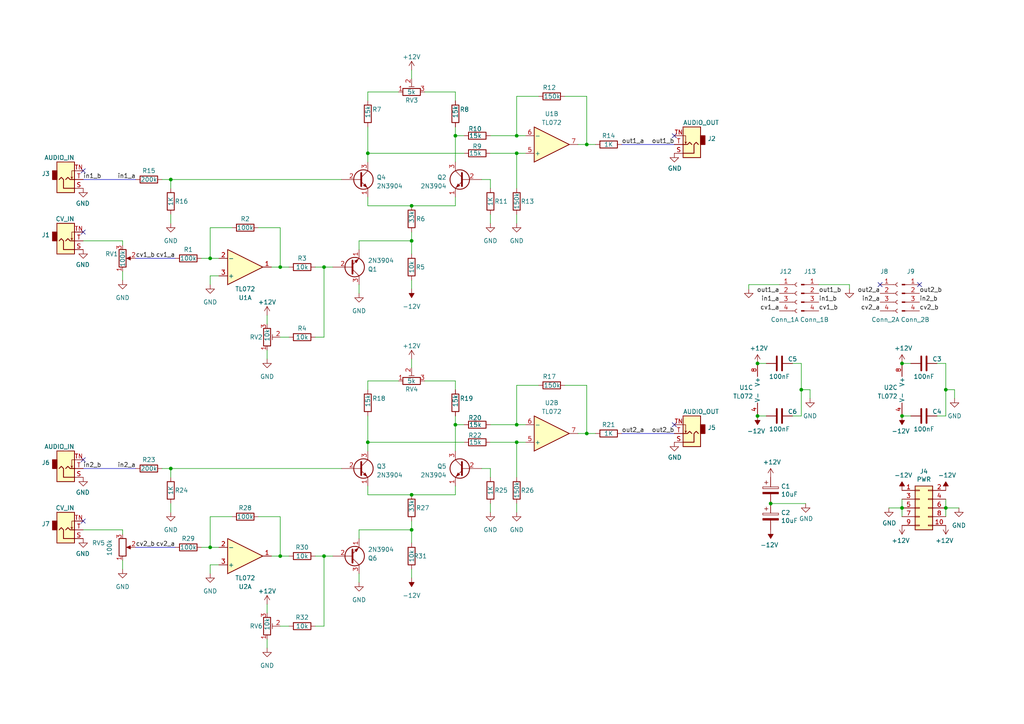
<source format=kicad_sch>
(kicad_sch (version 20230121) (generator eeschema)
  (paper "A4")
  (lib_symbols
    (symbol "Amplifier_Operational:TL072" (pin_names (offset 0.127))
      (property "Reference" "U" (at 0 5.08 0))
      (property "Value" "TL072" (at 0 -5.08 0))
      (symbol "TL072_1_1"
        (polyline (pts (xy -5.08 5.08) (xy 5.08 0) (xy -5.08 -5.08) (xy -5.08 5.08)) (stroke (width 0.254)) (fill (type background)))
        (pin output line (at 7.62 0 180) (length 2.54) (name "~") (number "1"))
        (pin input line (at -7.62 -2.54 0) (length 2.54) (name "-") (number "2"))
        (pin input line (at -7.62 2.54 0) (length 2.54) (name "+") (number "3"))
      )
      (symbol "TL072_2_1"
        (polyline (pts (xy -5.08 5.08) (xy 5.08 0) (xy -5.08 -5.08) (xy -5.08 5.08)) (stroke (width 0.254)) (fill (type background)))
        (pin input line (at -7.62 2.54 0) (length 2.54) (name "+") (number "5"))
        (pin input line (at -7.62 -2.54 0) (length 2.54) (name "-") (number "6"))
        (pin output line (at 7.62 0 180) (length 2.54) (name "~") (number "7"))
      )
      (symbol "TL072_3_1"
        (pin power_in line (at -2.54 -7.62 90) (length 3.81) (name "V-") (number "4"))
        (pin power_in line (at -2.54 7.62 270) (length 3.81) (name "V+") (number "8"))
      )
    )
    (symbol "CEM3340_VCO-rescue:AudioJack2_SwitchT-Connector"
      (property "Reference" "J" (at 0 8.89 0))
      (property "Value" "Connector_AudioJack2_SwitchT" (at 0 6.35 0))
      (symbol "AudioJack2_SwitchT-Connector_0_1"
        (rectangle (start -2.54 0) (end -3.81 -2.54) (stroke (width 0.254)) (fill (type outline)))
        (polyline (pts (xy 1.778 -0.254) (xy 2.032 -0.762)))
        (polyline (pts (xy 0 0) (xy 0.635 -0.635) (xy 1.27 0) (xy 2.54 0)) (stroke (width 0.254)))
        (polyline (pts (xy 2.54 -2.54) (xy 1.778 -2.54) (xy 1.778 -0.254) (xy 1.524 -0.762)))
        (polyline (pts (xy 2.54 2.54) (xy -0.635 2.54) (xy -0.635 0) (xy -1.27 -0.635) (xy -1.905 0)) (stroke (width 0.254)))
        (rectangle (start 2.54 3.81) (end -2.54 -5.08) (stroke (width 0.254)) (fill (type background)))
      )
      (symbol "AudioJack2_SwitchT-Connector_1_1"
        (pin passive line (at 5.08 2.54 180) (length 2.54) (name "~") (number "S"))
        (pin passive line (at 5.08 0 180) (length 2.54) (name "~") (number "T"))
        (pin passive line (at 5.08 -2.54 180) (length 2.54) (name "~") (number "TN"))
      )
    )
    (symbol "CEM3340_VCO-rescue:CP-Device" (pin_numbers hide) (pin_names (offset 0.254))
      (property "Reference" "C" (at 0.635 2.54 0))
      (property "Value" "Device_CP" (at 0.635 -2.54 0))
      (symbol "CP-Device_0_1"
        (rectangle (start -2.286 0.508) (end 2.286 1.016))
        (polyline (pts (xy -1.778 2.286) (xy -0.762 2.286)))
        (polyline (pts (xy -1.27 2.794) (xy -1.27 1.778)))
        (rectangle (start 2.286 -0.508) (end -2.286 -1.016) (fill (type outline)))
      )
      (symbol "CP-Device_1_1"
        (pin passive line (at 0 3.81 270) (length 2.794) (name "~") (number "1"))
        (pin passive line (at 0 -3.81 90) (length 2.794) (name "~") (number "2"))
      )
    )
    (symbol "CEM3340_VCO-rescue:R_POT_TRIM-Device" (pin_names (offset 1.016) hide)
      (property "Reference" "RV" (at -4.445 0 90))
      (property "Value" "Device_R_POT_TRIM" (at -2.54 0 90))
      (symbol "R_POT_TRIM-Device_0_1"
        (polyline (pts (xy 1.524 0.762) (xy 1.524 -0.762)))
        (polyline (pts (xy 2.54 0) (xy 1.524 0)))
        (rectangle (start 1.016 2.54) (end -1.016 -2.54) (stroke (width 0.254)))
      )
      (symbol "R_POT_TRIM-Device_1_1"
        (pin passive line (at 0 3.81 270) (length 1.27) (name "1") (number "1"))
        (pin passive line (at 3.81 0 180) (length 1.27) (name "2") (number "2"))
        (pin passive line (at 0 -3.81 90) (length 1.27) (name "3") (number "3"))
      )
    )
    (symbol "Connector:Conn_01x04_Pin" (pin_names (offset 1.016) hide)
      (property "Reference" "J" (at 0 5.08 0))
      (property "Value" "Conn_01x04_Pin" (at 0 -7.62 0))
      (symbol "Conn_01x04_Pin_1_1"
        (polyline (pts (xy 1.27 -5.08) (xy 0.8636 -5.08)) (stroke (width 0.1524)))
        (polyline (pts (xy 1.27 -2.54) (xy 0.8636 -2.54)) (stroke (width 0.1524)))
        (polyline (pts (xy 1.27 0) (xy 0.8636 0)) (stroke (width 0.1524)))
        (polyline (pts (xy 1.27 2.54) (xy 0.8636 2.54)) (stroke (width 0.1524)))
        (rectangle (start 0.8636 -4.953) (end 0 -5.207) (stroke (width 0.1524)) (fill (type outline)))
        (rectangle (start 0.8636 -2.413) (end 0 -2.667) (stroke (width 0.1524)) (fill (type outline)))
        (rectangle (start 0.8636 0.127) (end 0 -0.127) (stroke (width 0.1524)) (fill (type outline)))
        (rectangle (start 0.8636 2.667) (end 0 2.413) (stroke (width 0.1524)) (fill (type outline)))
        (pin passive line (at 5.08 2.54 180) (length 3.81) (name "Pin_1") (number "1"))
        (pin passive line (at 5.08 0 180) (length 3.81) (name "Pin_2") (number "2"))
        (pin passive line (at 5.08 -2.54 180) (length 3.81) (name "Pin_3") (number "3"))
        (pin passive line (at 5.08 -5.08 180) (length 3.81) (name "Pin_4") (number "4"))
      )
    )
    (symbol "Connector:Conn_01x04_Socket" (pin_names (offset 1.016) hide)
      (property "Reference" "J" (at 0 5.08 0))
      (property "Value" "Conn_01x04_Socket" (at 0 -7.62 0))
      (symbol "Conn_01x04_Socket_1_1"
        (arc (start 0 -4.572) (mid -0.5058 -5.08) (end 0 -5.588) (stroke (width 0.1524)))
        (arc (start 0 -2.032) (mid -0.5058 -2.54) (end 0 -3.048) (stroke (width 0.1524)))
        (polyline (pts (xy -1.27 -5.08) (xy -0.508 -5.08)) (stroke (width 0.1524)))
        (polyline (pts (xy -1.27 -2.54) (xy -0.508 -2.54)) (stroke (width 0.1524)))
        (polyline (pts (xy -1.27 0) (xy -0.508 0)) (stroke (width 0.1524)))
        (polyline (pts (xy -1.27 2.54) (xy -0.508 2.54)) (stroke (width 0.1524)))
        (arc (start 0 0.508) (mid -0.5058 0) (end 0 -0.508) (stroke (width 0.1524)))
        (arc (start 0 3.048) (mid -0.5058 2.54) (end 0 2.032) (stroke (width 0.1524)))
        (pin passive line (at -5.08 2.54 0) (length 3.81) (name "Pin_1") (number "1"))
        (pin passive line (at -5.08 0 0) (length 3.81) (name "Pin_2") (number "2"))
        (pin passive line (at -5.08 -2.54 0) (length 3.81) (name "Pin_3") (number "3"))
        (pin passive line (at -5.08 -5.08 0) (length 3.81) (name "Pin_4") (number "4"))
      )
    )
    (symbol "Connector_Generic:Conn_02x05_Odd_Even" (pin_names (offset 1.016) hide)
      (property "Reference" "J" (at 1.27 7.62 0))
      (property "Value" "Conn_02x05_Odd_Even" (at 1.27 -7.62 0))
      (symbol "Conn_02x05_Odd_Even_1_1"
        (rectangle (start -1.27 -4.953) (end 0 -5.207) (stroke (width 0.1524)))
        (rectangle (start -1.27 -2.413) (end 0 -2.667) (stroke (width 0.1524)))
        (rectangle (start -1.27 0.127) (end 0 -0.127) (stroke (width 0.1524)))
        (rectangle (start -1.27 2.667) (end 0 2.413) (stroke (width 0.1524)))
        (rectangle (start -1.27 5.207) (end 0 4.953) (stroke (width 0.1524)))
        (rectangle (start -1.27 6.35) (end 3.81 -6.35) (stroke (width 0.254)) (fill (type background)))
        (rectangle (start 3.81 -4.953) (end 2.54 -5.207) (stroke (width 0.1524)))
        (rectangle (start 3.81 -2.413) (end 2.54 -2.667) (stroke (width 0.1524)))
        (rectangle (start 3.81 0.127) (end 2.54 -0.127) (stroke (width 0.1524)))
        (rectangle (start 3.81 2.667) (end 2.54 2.413) (stroke (width 0.1524)))
        (rectangle (start 3.81 5.207) (end 2.54 4.953) (stroke (width 0.1524)))
        (pin passive line (at -5.08 5.08 0) (length 3.81) (name "Pin_1") (number "1"))
        (pin passive line (at 7.62 -5.08 180) (length 3.81) (name "Pin_10") (number "10"))
        (pin passive line (at 7.62 5.08 180) (length 3.81) (name "Pin_2") (number "2"))
        (pin passive line (at -5.08 2.54 0) (length 3.81) (name "Pin_3") (number "3"))
        (pin passive line (at 7.62 2.54 180) (length 3.81) (name "Pin_4") (number "4"))
        (pin passive line (at -5.08 0 0) (length 3.81) (name "Pin_5") (number "5"))
        (pin passive line (at 7.62 0 180) (length 3.81) (name "Pin_6") (number "6"))
        (pin passive line (at -5.08 -2.54 0) (length 3.81) (name "Pin_7") (number "7"))
        (pin passive line (at 7.62 -2.54 180) (length 3.81) (name "Pin_8") (number "8"))
        (pin passive line (at -5.08 -5.08 0) (length 3.81) (name "Pin_9") (number "9"))
      )
    )
    (symbol "Device:C" (pin_numbers hide) (pin_names (offset 0.254))
      (property "Reference" "C" (at 0.635 2.54 0))
      (property "Value" "C" (at 0.635 -2.54 0))
      (symbol "C_0_1"
        (polyline (pts (xy -2.032 -0.762) (xy 2.032 -0.762)) (stroke (width 0.508)))
        (polyline (pts (xy -2.032 0.762) (xy 2.032 0.762)) (stroke (width 0.508)))
      )
      (symbol "C_1_1"
        (pin passive line (at 0 3.81 270) (length 2.794) (name "~") (number "1"))
        (pin passive line (at 0 -3.81 90) (length 2.794) (name "~") (number "2"))
      )
    )
    (symbol "Device:R" (pin_numbers hide) (pin_names (offset 0))
      (property "Reference" "R" (at 2.032 0 90))
      (property "Value" "R" (at 0 0 90))
      (symbol "R_0_1"
        (rectangle (start -1.016 -2.54) (end 1.016 2.54) (stroke (width 0.254)))
      )
      (symbol "R_1_1"
        (pin passive line (at 0 3.81 270) (length 1.27) (name "~") (number "1"))
        (pin passive line (at 0 -3.81 90) (length 1.27) (name "~") (number "2"))
      )
    )
    (symbol "Device:R_Potentiometer" (pin_names (offset 1.016) hide)
      (property "Reference" "RV" (at -4.445 0 90))
      (property "Value" "R_Potentiometer" (at -2.54 0 90))
      (symbol "R_Potentiometer_0_1"
        (polyline (pts (xy 2.54 0) (xy 1.524 0)))
        (polyline (pts (xy 1.143 0) (xy 2.286 0.508) (xy 2.286 -0.508) (xy 1.143 0)) (fill (type outline)))
        (rectangle (start 1.016 2.54) (end -1.016 -2.54) (stroke (width 0.254)))
      )
      (symbol "R_Potentiometer_1_1"
        (pin passive line (at 0 3.81 270) (length 1.27) (name "1") (number "1"))
        (pin passive line (at 3.81 0 180) (length 1.27) (name "2") (number "2"))
        (pin passive line (at 0 -3.81 90) (length 1.27) (name "3") (number "3"))
      )
    )
    (symbol "Transistor_BJT:2N3904" (pin_names (offset 0) hide)
      (property "Reference" "Q" (at 5.08 1.905 0))
      (property "Value" "2N3904" (at 5.08 0 0))
      (symbol "2N3904_0_1"
        (polyline (pts (xy 0.635 0.635) (xy 2.54 2.54)))
        (polyline (pts (xy 0.635 -0.635) (xy 2.54 -2.54) (xy 2.54 -2.54)))
        (polyline (pts (xy 0.635 1.905) (xy 0.635 -1.905) (xy 0.635 -1.905)) (stroke (width 0.508)))
        (polyline (pts (xy 1.27 -1.778) (xy 1.778 -1.27) (xy 2.286 -2.286) (xy 1.27 -1.778) (xy 1.27 -1.778)) (fill (type outline)))
        (circle (center 1.27 0) (radius 2.8194) (stroke (width 0.254)))
      )
      (symbol "2N3904_1_1"
        (pin passive line (at 2.54 -5.08 90) (length 2.54) (name "E") (number "1"))
        (pin passive line (at -5.08 0 0) (length 5.715) (name "B") (number "2"))
        (pin passive line (at 2.54 5.08 270) (length 2.54) (name "C") (number "3"))
      )
    )
    (symbol "power:+12V" (power) (pin_names (offset 0))
      (property "Value" "+12V" (at 0 3.556 0))
      (symbol "+12V_0_1"
        (polyline (pts (xy -0.762 1.27) (xy 0 2.54)))
        (polyline (pts (xy 0 0) (xy 0 2.54)))
        (polyline (pts (xy 0 2.54) (xy 0.762 1.27)))
      )
      (symbol "+12V_1_1"
        (pin power_in line (at 0 0 90) (length 0) hide (name "+12V") (number "1"))
      )
    )
    (symbol "power:-12V" (power) (pin_names (offset 0))
      (property "Value" "-12V" (at 0 3.81 0))
      (symbol "-12V_0_0"
        (pin power_in line (at 0 0 90) (length 0) hide (name "-12V") (number "1"))
      )
      (symbol "-12V_0_1"
        (polyline (pts (xy 0 0) (xy 0 1.27) (xy 0.762 1.27) (xy 0 2.54) (xy -0.762 1.27) (xy 0 1.27)) (fill (type outline)))
      )
    )
    (symbol "power:GND" (power) (pin_names (offset 0))
      (property "Value" "GND" (at 0 -3.81 0))
      (symbol "GND_0_1"
        (polyline (pts (xy 0 0) (xy 0 -1.27) (xy 1.27 -1.27) (xy 0 -2.54) (xy -1.27 -1.27) (xy 0 -1.27)))
      )
      (symbol "GND_1_1"
        (pin power_in line (at 0 0 270) (length 0) hide (name "GND") (number "1"))
      )
    )
  )
  (junction (at 132.08 123.19))
  (junction (at 149.86 39.37))
  (junction (at 119.38 153.67))
  (junction (at 119.38 143.51))
  (junction (at 274.32 113.03))
  (junction (at 149.86 128.27))
  (junction (at 49.53 52.07))
  (junction (at 232.41 113.03))
  (junction (at 119.38 59.69))
  (junction (at 81.28 77.47))
  (junction (at 119.38 69.85))
  (junction (at 219.71 105.41))
  (junction (at 132.08 39.37))
  (junction (at 261.62 105.41))
  (junction (at 261.62 120.65))
  (junction (at 49.53 135.89))
  (junction (at 170.18 41.91))
  (junction (at 219.71 120.65))
  (junction (at 93.98 161.29))
  (junction (at 106.68 44.45))
  (junction (at 93.98 77.47))
  (junction (at 149.86 44.45))
  (junction (at 60.96 74.93))
  (junction (at 274.32 147.32))
  (junction (at 60.96 158.75))
  (junction (at 149.86 123.19))
  (junction (at 81.28 161.29))
  (junction (at 261.62 147.32))
  (junction (at 106.68 128.27))
  (junction (at 223.52 146.05))
  (junction (at 170.18 125.73))
  (no_connect (at 24.13 49.53))
  (no_connect (at 195.58 123.19))
  (no_connect (at 195.58 39.37))
  (no_connect (at 266.7 82.55))
  (no_connect (at 24.13 151.13))
  (no_connect (at 24.13 67.31))
  (no_connect (at 255.27 82.55))
  (no_connect (at 24.13 133.35))
  (wire (pts (xy 104.14 153.67) (xy 104.14 156.21)))
  (wire (pts (xy 156.21 111.76) (xy 149.86 111.76)))
  (wire (pts (xy 91.44 97.79) (xy 93.98 97.79)))
  (wire (pts (xy 106.68 128.27) (xy 134.62 128.27)))
  (wire (pts (xy 142.24 135.89) (xy 142.24 138.43)))
  (wire (pts (xy 132.08 110.49) (xy 132.08 113.03)))
  (polyline (pts (xy 24.13 52.07) (xy 39.37 52.07)))
  (wire (pts (xy 142.24 146.05) (xy 142.24 148.59)))
  (wire (pts (xy 104.14 82.55) (xy 104.14 85.09)))
  (wire (pts (xy 106.68 59.69) (xy 119.38 59.69)))
  (wire (pts (xy 93.98 161.29) (xy 96.52 161.29)))
  (wire (pts (xy 49.53 146.05) (xy 49.53 148.59)))
  (wire (pts (xy 49.53 54.61) (xy 49.53 52.07)))
  (wire (pts (xy 63.5 163.83) (xy 60.96 163.83)))
  (wire (pts (xy 119.38 165.1) (xy 119.38 167.64)))
  (wire (pts (xy 170.18 111.76) (xy 170.18 125.73)))
  (wire (pts (xy 278.13 147.32) (xy 274.32 147.32)))
  (wire (pts (xy 74.93 149.86) (xy 81.28 149.86)))
  (wire (pts (xy 149.86 128.27) (xy 149.86 138.43)))
  (wire (pts (xy 77.47 175.26) (xy 77.47 177.8)))
  (wire (pts (xy 123.19 110.49) (xy 132.08 110.49)))
  (wire (pts (xy 106.68 57.15) (xy 106.68 59.69)))
  (wire (pts (xy 276.86 113.03) (xy 274.32 113.03)))
  (wire (pts (xy 142.24 123.19) (xy 149.86 123.19)))
  (wire (pts (xy 119.38 151.13) (xy 119.38 153.67)))
  (wire (pts (xy 142.24 39.37) (xy 149.86 39.37)))
  (wire (pts (xy 106.68 110.49) (xy 106.68 113.03)))
  (wire (pts (xy 237.49 82.55) (xy 246.38 82.55)))
  (wire (pts (xy 163.83 27.94) (xy 170.18 27.94)))
  (wire (pts (xy 274.32 149.86) (xy 274.32 147.32)))
  (wire (pts (xy 60.96 158.75) (xy 63.5 158.75)))
  (wire (pts (xy 219.71 105.41) (xy 222.25 105.41)))
  (wire (pts (xy 93.98 97.79) (xy 93.98 77.47)))
  (wire (pts (xy 93.98 181.61) (xy 93.98 161.29)))
  (wire (pts (xy 49.53 52.07) (xy 46.99 52.07)))
  (wire (pts (xy 132.08 140.97) (xy 132.08 143.51)))
  (wire (pts (xy 132.08 59.69) (xy 119.38 59.69)))
  (wire (pts (xy 119.38 153.67) (xy 104.14 153.67)))
  (wire (pts (xy 93.98 161.29) (xy 91.44 161.29)))
  (wire (pts (xy 119.38 67.31) (xy 119.38 69.85)))
  (wire (pts (xy 104.14 69.85) (xy 104.14 72.39)))
  (wire (pts (xy 170.18 41.91) (xy 172.72 41.91)))
  (wire (pts (xy 149.86 44.45) (xy 149.86 54.61)))
  (wire (pts (xy 132.08 57.15) (xy 132.08 59.69)))
  (wire (pts (xy 139.7 52.07) (xy 142.24 52.07)))
  (wire (pts (xy 49.53 62.23) (xy 49.53 64.77)))
  (wire (pts (xy 58.42 74.93) (xy 60.96 74.93)))
  (wire (pts (xy 119.38 69.85) (xy 104.14 69.85)))
  (wire (pts (xy 77.47 91.44) (xy 77.47 93.98)))
  (wire (pts (xy 63.5 80.01) (xy 60.96 80.01)))
  (wire (pts (xy 115.57 26.67) (xy 106.68 26.67)))
  (polyline (pts (xy 39.37 158.75) (xy 50.8 158.75)))
  (wire (pts (xy 274.32 120.65) (xy 271.78 120.65)))
  (wire (pts (xy 60.96 66.04) (xy 60.96 74.93)))
  (wire (pts (xy 119.38 157.48) (xy 119.38 153.67)))
  (wire (pts (xy 246.38 82.55) (xy 246.38 83.82)))
  (wire (pts (xy 81.28 149.86) (xy 81.28 161.29)))
  (wire (pts (xy 149.86 39.37) (xy 152.4 39.37)))
  (wire (pts (xy 217.17 83.82) (xy 217.17 82.55)))
  (wire (pts (xy 119.38 81.28) (xy 119.38 83.82)))
  (wire (pts (xy 106.68 26.67) (xy 106.68 29.21)))
  (wire (pts (xy 35.56 162.56) (xy 35.56 165.1)))
  (wire (pts (xy 60.96 149.86) (xy 60.96 158.75)))
  (wire (pts (xy 24.13 69.85) (xy 35.56 69.85)))
  (wire (pts (xy 222.25 120.65) (xy 219.71 120.65)))
  (wire (pts (xy 232.41 120.65) (xy 229.87 120.65)))
  (wire (pts (xy 91.44 181.61) (xy 93.98 181.61)))
  (wire (pts (xy 274.32 105.41) (xy 274.32 113.03)))
  (wire (pts (xy 264.16 120.65) (xy 261.62 120.65)))
  (wire (pts (xy 67.31 149.86) (xy 60.96 149.86)))
  (wire (pts (xy 149.86 128.27) (xy 152.4 128.27)))
  (wire (pts (xy 276.86 115.57) (xy 276.86 113.03)))
  (wire (pts (xy 149.86 111.76) (xy 149.86 123.19)))
  (wire (pts (xy 119.38 20.32) (xy 119.38 22.86)))
  (wire (pts (xy 60.96 80.01) (xy 60.96 82.55)))
  (wire (pts (xy 106.68 128.27) (xy 106.68 130.81)))
  (wire (pts (xy 81.28 97.79) (xy 83.82 97.79)))
  (wire (pts (xy 119.38 73.66) (xy 119.38 69.85)))
  (wire (pts (xy 261.62 105.41) (xy 264.16 105.41)))
  (wire (pts (xy 119.38 104.14) (xy 119.38 106.68)))
  (wire (pts (xy 106.68 44.45) (xy 134.62 44.45)))
  (wire (pts (xy 132.08 123.19) (xy 132.08 130.81)))
  (wire (pts (xy 77.47 101.6) (xy 77.47 104.14)))
  (wire (pts (xy 67.31 66.04) (xy 60.96 66.04)))
  (wire (pts (xy 234.95 113.03) (xy 232.41 113.03)))
  (wire (pts (xy 81.28 77.47) (xy 78.74 77.47)))
  (wire (pts (xy 142.24 128.27) (xy 149.86 128.27)))
  (polyline (pts (xy 39.37 74.93) (xy 50.8 74.93)))
  (wire (pts (xy 93.98 77.47) (xy 96.52 77.47)))
  (wire (pts (xy 49.53 138.43) (xy 49.53 135.89)))
  (wire (pts (xy 81.28 161.29) (xy 83.82 161.29)))
  (wire (pts (xy 132.08 36.83) (xy 132.08 39.37)))
  (wire (pts (xy 60.96 74.93) (xy 63.5 74.93)))
  (wire (pts (xy 217.17 82.55) (xy 226.06 82.55)))
  (wire (pts (xy 115.57 110.49) (xy 106.68 110.49)))
  (wire (pts (xy 232.41 105.41) (xy 232.41 113.03)))
  (polyline (pts (xy 180.34 125.73) (xy 195.58 125.73)))
  (wire (pts (xy 261.62 149.86) (xy 261.62 147.32)))
  (wire (pts (xy 142.24 52.07) (xy 142.24 54.61)))
  (wire (pts (xy 163.83 111.76) (xy 170.18 111.76)))
  (wire (pts (xy 81.28 77.47) (xy 83.82 77.47)))
  (wire (pts (xy 81.28 161.29) (xy 78.74 161.29)))
  (wire (pts (xy 170.18 27.94) (xy 170.18 41.91)))
  (wire (pts (xy 271.78 105.41) (xy 274.32 105.41)))
  (wire (pts (xy 132.08 143.51) (xy 119.38 143.51)))
  (wire (pts (xy 132.08 39.37) (xy 134.62 39.37)))
  (wire (pts (xy 106.68 140.97) (xy 106.68 143.51)))
  (wire (pts (xy 24.13 153.67) (xy 35.56 153.67)))
  (wire (pts (xy 149.86 44.45) (xy 152.4 44.45)))
  (wire (pts (xy 149.86 123.19) (xy 152.4 123.19)))
  (wire (pts (xy 229.87 105.41) (xy 232.41 105.41)))
  (wire (pts (xy 139.7 135.89) (xy 142.24 135.89)))
  (wire (pts (xy 35.56 153.67) (xy 35.56 154.94)))
  (wire (pts (xy 234.95 115.57) (xy 234.95 113.03)))
  (wire (pts (xy 132.08 120.65) (xy 132.08 123.19)))
  (wire (pts (xy 106.68 36.83) (xy 106.68 44.45)))
  (wire (pts (xy 261.62 147.32) (xy 257.81 147.32)))
  (wire (pts (xy 132.08 123.19) (xy 134.62 123.19)))
  (wire (pts (xy 35.56 78.74) (xy 35.56 81.28)))
  (wire (pts (xy 142.24 44.45) (xy 149.86 44.45)))
  (wire (pts (xy 81.28 181.61) (xy 83.82 181.61)))
  (wire (pts (xy 170.18 125.73) (xy 167.64 125.73)))
  (wire (pts (xy 149.86 62.23) (xy 149.86 64.77)))
  (wire (pts (xy 132.08 39.37) (xy 132.08 46.99)))
  (wire (pts (xy 60.96 163.83) (xy 60.96 166.37)))
  (wire (pts (xy 233.68 146.05) (xy 223.52 146.05)))
  (wire (pts (xy 106.68 120.65) (xy 106.68 128.27)))
  (wire (pts (xy 49.53 135.89) (xy 46.99 135.89)))
  (wire (pts (xy 274.32 144.78) (xy 274.32 147.32)))
  (wire (pts (xy 170.18 125.73) (xy 172.72 125.73)))
  (wire (pts (xy 149.86 146.05) (xy 149.86 148.59)))
  (wire (pts (xy 149.86 27.94) (xy 149.86 39.37)))
  (wire (pts (xy 123.19 26.67) (xy 132.08 26.67)))
  (wire (pts (xy 49.53 52.07) (xy 99.06 52.07)))
  (wire (pts (xy 232.41 113.03) (xy 232.41 120.65)))
  (wire (pts (xy 170.18 41.91) (xy 167.64 41.91)))
  (wire (pts (xy 81.28 66.04) (xy 81.28 77.47)))
  (polyline (pts (xy 180.34 41.91) (xy 195.58 41.91)))
  (wire (pts (xy 58.42 158.75) (xy 60.96 158.75)))
  (wire (pts (xy 106.68 143.51) (xy 119.38 143.51)))
  (wire (pts (xy 142.24 62.23) (xy 142.24 64.77)))
  (wire (pts (xy 104.14 166.37) (xy 104.14 168.91)))
  (wire (pts (xy 132.08 26.67) (xy 132.08 29.21)))
  (wire (pts (xy 74.93 66.04) (xy 81.28 66.04)))
  (wire (pts (xy 77.47 185.42) (xy 77.47 187.96)))
  (wire (pts (xy 49.53 135.89) (xy 99.06 135.89)))
  (polyline (pts (xy 24.13 135.89) (xy 39.37 135.89)))
  (wire (pts (xy 35.56 71.12) (xy 35.56 69.85)))
  (wire (pts (xy 274.32 113.03) (xy 274.32 120.65)))
  (wire (pts (xy 106.68 44.45) (xy 106.68 46.99)))
  (wire (pts (xy 156.21 27.94) (xy 149.86 27.94)))
  (wire (pts (xy 93.98 77.47) (xy 91.44 77.47)))
  (wire (pts (xy 261.62 144.78) (xy 261.62 147.32)))
  (label "cv2_a" (at 50.8 158.75 180))
  (label "in2_a" (at 39.37 135.89 180))
  (label "cv2_b" (at 39.37 158.75 0))
  (label "in1_a" (at 39.37 52.07 180))
  (label "out1_a" (at 226.06 85.09 180))
  (label "in1_b" (at 24.13 52.07 0))
  (label "cv1_b" (at 39.37 74.93 0))
  (label "out2_a" (at 180.34 125.73 0))
  (label "cv1_a" (at 226.06 90.17 180))
  (label "out2_b" (at 266.7 85.09 0))
  (label "in2_b" (at 24.13 135.89 0))
  (label "in2_a" (at 255.27 87.63 180))
  (label "out2_b" (at 195.58 125.73 180))
  (label "out2_a" (at 255.27 85.09 180))
  (label "cv1_a" (at 50.8 74.93 180))
  (label "out1_a" (at 180.34 41.91 0))
  (label "in1_b" (at 237.49 87.63 0))
  (label "cv2_b" (at 266.7 90.17 0))
  (label "cv2_a" (at 255.27 90.17 180))
  (label "cv1_b" (at 237.49 90.17 0))
  (label "out1_b" (at 237.49 85.09 0))
  (label "out1_b" (at 195.58 41.91 180))
  (label "in2_b" (at 266.7 87.63 0))
  (label "in1_a" (at 226.06 87.63 180))
  (symbol (lib_id "Amplifier_Operational:TL072") (at 160.02 41.91 0) (mirror x) (unit 2)
    (property "Reference" "U1" (at 160.02 33.02 0))
    (property "Value" "TL072" (at 160.02 35.56 0))
    (property "Footprint" "Package_SO:SOP-8_3.9x4.9mm_P1.27mm" (effects hide))
    (property "Datasheet" "http://www.ti.com/lit/ds/symlink/tl071.pdf" (effects hide))
    (property "LCSC" "C67473" (effects hide))
  )
  (symbol (lib_id "Device:R") (at 87.63 77.47 270) (unit 1)
    (property "Reference" "R3" (at 87.63 74.93 90))
    (property "Value" "10k" (at 87.63 77.47 90))
    (property "Footprint" "Resistor_SMD:R_0603_1608Metric" (effects hide))
    (property "LCSC" "C25804" (effects hide))
  )
  (symbol (lib_id "Device:C") (at 267.97 120.65 270) (unit 1)
    (property "Reference" "C4" (at 271.78 119.38 90))
    (property "Value" "100nF" (at 267.97 124.46 90))
    (property "Footprint" "Capacitor_SMD:C_0603_1608Metric" (effects hide))
    (property "LCSC" "C1591" (effects hide))
  )
  (symbol (lib_id "Device:R") (at 119.38 63.5 0) (unit 1)
    (property "Reference" "R6" (at 120.65 63.5 0) (effects (justify left)))
    (property "Value" "33k" (at 119.38 64.77 90) (effects (justify left)))
    (property "Footprint" "Resistor_SMD:R_0603_1608Metric" (effects hide))
    (property "LCSC" "C4216" (effects hide))
  )
  (symbol (lib_id "Device:R") (at 138.43 44.45 90) (unit 1)
    (property "Reference" "R9" (at 139.7405 42.4488 90) (effects (justify left)))
    (property "Value" "15k" (at 139.7 44.45 90) (effects (justify left)))
    (property "Footprint" "Resistor_SMD:R_0603_1608Metric" (effects hide))
    (property "LCSC" "C22809" (effects hide))
  )
  (symbol (lib_id "power:-12V") (at 261.62 142.24 0) (unit 1)
    (property "Reference" "#PWR015" (effects hide))
    (property "Value" "-12V" (at 262.001 137.8458 0))
  )
  (symbol (lib_id "Device:R") (at 119.38 77.47 0) (unit 1)
    (property "Reference" "R5" (at 121.92 77.47 0))
    (property "Value" "10k" (at 119.38 77.47 90))
    (property "Footprint" "Resistor_SMD:R_0603_1608Metric" (effects hide))
    (property "LCSC" "C25804" (effects hide))
  )
  (symbol (lib_id "Device:R") (at 160.02 111.76 90) (unit 1)
    (property "Reference" "R17" (at 161.29 109.22 90) (effects (justify left)))
    (property "Value" "150k" (at 162.56 111.76 90) (effects (justify left)))
    (property "Footprint" "Resistor_SMD:R_0603_1608Metric" (effects hide))
    (property "LCSC" "C22807" (effects hide))
  )
  (symbol (lib_id "Device:R") (at 54.61 158.75 270) (mirror x) (unit 1)
    (property "Reference" "R29" (at 54.61 156.21 90))
    (property "Value" "100k" (at 54.61 158.75 90))
    (property "Footprint" "Resistor_SMD:R_0603_1608Metric" (effects hide))
    (property "LCSC" "C25803" (effects hide))
  )
  (symbol (lib_id "Device:R") (at 43.18 135.89 90) (unit 1)
    (property "Reference" "R23" (at 43.18 133.35 90))
    (property "Value" "200k" (at 43.18 135.89 90))
    (property "Footprint" "Resistor_SMD:R_0603_1608Metric" (effects hide))
    (property "LCSC" "C25811" (effects hide))
  )
  (symbol (lib_id "Transistor_BJT:2N3904") (at 104.14 135.89 0) (unit 1)
    (property "Reference" "Q3" (at 109.22 135.255 0) (effects (justify left)))
    (property "Value" "2N3904" (at 109.22 137.795 0) (effects (justify left)))
    (property "Footprint" "Package_TO_SOT_SMD:SOT-23" (effects hide))
    (property "Datasheet" "https://www.onsemi.com/pub/Collateral/2N3903-D.PDF" (effects hide))
    (property "LCSC" "C18536" (effects hide))
  )
  (symbol (lib_id "power:GND") (at 35.56 165.1 0) (unit 1)
    (property "Reference" "#PWR033" (effects hide))
    (property "Value" "GND" (at 35.56 170.18 0))
  )
  (symbol (lib_id "Amplifier_Operational:TL072") (at 259.08 113.03 0) (mirror y) (unit 3)
    (property "Reference" "U2" (at 260.35 112.395 0) (effects (justify left)))
    (property "Value" "TL072" (at 260.35 114.935 0) (effects (justify left)))
    (property "Datasheet" "http://www.ti.com/lit/ds/symlink/tl071.pdf" (effects hide))
  )
  (symbol (lib_id "Device:R_Potentiometer") (at 35.56 158.75 0) (mirror x) (unit 1)
    (property "Reference" "RV5" (at 30.48 157.48 0) (effects (justify right)))
    (property "Value" "100k" (at 31.75 161.29 90) (effects (justify right)))
    (property "Footprint" "Potentiometer_THT:Potentiometer_Alpha_RD901F-40-00D_Single_Vertical" (effects hide))
  )
  (symbol (lib_id "power:+12V") (at 223.52 138.43 0) (unit 1)
    (property "Reference" "#PWR014" (effects hide))
    (property "Value" "+12V" (at 223.901 134.0358 0))
  )
  (symbol (lib_id "power:GND") (at 49.53 148.59 0) (unit 1)
    (property "Reference" "#PWR029" (effects hide))
    (property "Value" "GND" (at 49.53 153.67 0))
  )
  (symbol (lib_id "power:+12V") (at 77.47 175.26 0) (unit 1)
    (property "Reference" "#PWR037" (effects hide))
    (property "Value" "+12V" (at 77.47 171.45 0))
  )
  (symbol (lib_id "Device:R") (at 176.53 41.91 270) (mirror x) (unit 1)
    (property "Reference" "R14" (at 176.53 39.37 90))
    (property "Value" "1K" (at 176.53 41.91 90))
    (property "Footprint" "Resistor_SMD:R_0603_1608Metric" (effects hide))
    (property "LCSC" "C21190" (effects hide))
  )
  (symbol (lib_id "Connector_Generic:Conn_02x05_Odd_Even") (at 266.7 147.32 0) (unit 1)
    (property "Reference" "J4" (at 267.97 136.7282 0))
    (property "Value" "PWR" (at 267.97 139.0396 0))
    (property "Footprint" "Connector_IDC:IDC-Header_2x05_P2.54mm_Vertical" (effects hide))
  )
  (symbol (lib_id "power:+12V") (at 77.47 91.44 0) (unit 1)
    (property "Reference" "#PWR05" (effects hide))
    (property "Value" "+12V" (at 77.47 87.63 0))
  )
  (symbol (lib_id "power:GND") (at 195.58 44.45 0) (unit 1)
    (property "Reference" "#PWR011" (effects hide))
    (property "Value" "GND" (at 195.707 48.8442 0))
  )
  (symbol (lib_id "Amplifier_Operational:TL072") (at 160.02 125.73 0) (mirror x) (unit 2)
    (property "Reference" "U2" (at 160.02 116.84 0))
    (property "Value" "TL072" (at 160.02 119.38 0))
    (property "Footprint" "Package_SO:SOP-8_3.9x4.9mm_P1.27mm" (effects hide))
    (property "Datasheet" "http://www.ti.com/lit/ds/symlink/tl071.pdf" (effects hide))
    (property "LCSC" "C67473" (effects hide))
  )
  (symbol (lib_id "power:GND") (at 60.96 82.55 0) (unit 1)
    (property "Reference" "#PWR02" (effects hide))
    (property "Value" "GND" (at 60.96 87.63 0))
  )
  (symbol (lib_id "Connector:Conn_01x04_Pin") (at 232.41 85.09 0) (unit 1)
    (property "Reference" "J13" (at 234.95 78.74 0))
    (property "Value" "Conn_1B" (at 236.22 92.71 0))
    (property "Footprint" "Connector_PinHeader_2.54mm:PinHeader_1x04_P2.54mm_Vertical" (effects hide))
  )
  (symbol (lib_id "power:+12V") (at 261.62 152.4 180) (unit 1)
    (property "Reference" "#PWR020" (effects hide))
    (property "Value" "+12V" (at 261.239 156.7942 0))
  )
  (symbol (lib_id "Device:R") (at 142.24 142.24 0) (mirror x) (unit 1)
    (property "Reference" "R25" (at 145.3522 142.2241 0))
    (property "Value" "1K" (at 142.24 142.24 90))
    (property "Footprint" "Resistor_SMD:R_0603_1608Metric" (effects hide))
    (property "LCSC" "C21190" (effects hide))
  )
  (symbol (lib_id "power:-12V") (at 219.71 120.65 180) (unit 1)
    (property "Reference" "#PWR041" (effects hide))
    (property "Value" "-12V" (at 219.329 125.0442 0))
  )
  (symbol (lib_id "Device:R") (at 138.43 128.27 90) (unit 1)
    (property "Reference" "R22" (at 139.7405 126.2688 90) (effects (justify left)))
    (property "Value" "15k" (at 139.7 128.27 90) (effects (justify left)))
    (property "Footprint" "Resistor_SMD:R_0603_1608Metric" (effects hide))
    (property "LCSC" "C22809" (effects hide))
  )
  (symbol (lib_id "Device:R") (at 71.12 66.04 270) (mirror x) (unit 1)
    (property "Reference" "R2" (at 71.12 63.5 90))
    (property "Value" "100k" (at 71.12 66.04 90))
    (property "Footprint" "Resistor_SMD:R_0603_1608Metric" (effects hide))
    (property "LCSC" "C25803" (effects hide))
  )
  (symbol (lib_id "power:GND") (at 77.47 104.14 0) (unit 1)
    (property "Reference" "#PWR04" (effects hide))
    (property "Value" "GND" (at 77.47 109.22 0))
  )
  (symbol (lib_id "power:GND") (at 104.14 85.09 0) (unit 1)
    (property "Reference" "#PWR06" (effects hide))
    (property "Value" "GND" (at 104.14 90.17 0))
  )
  (symbol (lib_id "CEM3340_VCO-rescue:R_POT_TRIM-Device") (at 119.38 110.49 90) (unit 1)
    (property "Reference" "RV4" (at 117.5069 112.9189 90) (effects (justify right)))
    (property "Value" "5k" (at 118.11 110.49 90) (effects (justify right)))
    (property "Footprint" "Potentiometer_THT:Potentiometer_Bourns_3296W_Vertical" (effects hide))
  )
  (symbol (lib_id "power:-12V") (at 119.38 167.64 180) (unit 1)
    (property "Reference" "#PWR035" (effects hide))
    (property "Value" "-12V" (at 119.38 172.72 0))
  )
  (symbol (lib_id "CEM3340_VCO-rescue:CP-Device") (at 223.52 142.24 0) (unit 1)
    (property "Reference" "C1" (at 226.5172 141.0716 0) (effects (justify left)))
    (property "Value" "10uF" (at 226.5172 143.383 0) (effects (justify left)))
    (property "Footprint" "Capacitor_SMD:CP_Elec_6.3x5.4" (effects hide))
    (property "LCSC" "C5221839" (effects hide))
  )
  (symbol (lib_id "Device:R") (at 87.63 97.79 270) (unit 1)
    (property "Reference" "R4" (at 87.63 95.25 90))
    (property "Value" "10k" (at 87.63 97.79 90))
    (property "Footprint" "Resistor_SMD:R_0603_1608Metric" (effects hide))
    (property "LCSC" "C25804" (effects hide))
  )
  (symbol (lib_id "CEM3340_VCO-rescue:AudioJack2_SwitchT-Connector") (at 200.66 125.73 180) (unit 1)
    (property "Reference" "J5" (at 205.232 124.0282 0) (effects (justify right)))
    (property "Value" "AUDIO_OUT" (at 198.12 119.38 0) (effects (justify right)))
    (property "Footprint" "Connector_Audio:Jack_3.5mm_QingPu_WQP-PJ398SM_Vertical_CircularHoles" (effects hide))
  )
  (symbol (lib_id "power:GND") (at 77.47 187.96 0) (unit 1)
    (property "Reference" "#PWR038" (effects hide))
    (property "Value" "GND" (at 77.47 193.04 0))
  )
  (symbol (lib_id "Amplifier_Operational:TL072") (at 71.12 77.47 0) (mirror x) (unit 1)
    (property "Reference" "U1" (at 71.12 86.36 0))
    (property "Value" "TL072" (at 71.12 83.82 0))
    (property "Footprint" "Package_SO:SOP-8_3.9x4.9mm_P1.27mm" (effects hide))
    (property "Datasheet" "http://www.ti.com/lit/ds/symlink/tl071.pdf" (effects hide))
    (property "LCSC" "C67473" (effects hide))
  )
  (symbol (lib_id "power:GND") (at 246.38 83.82 0) (unit 1)
    (property "Reference" "#PWR047" (effects hide))
    (property "Value" "GND" (effects hide))
  )
  (symbol (lib_id "power:GND") (at 234.95 115.57 0) (unit 1)
    (property "Reference" "#PWR040" (effects hide))
    (property "Value" "GND" (at 234.95 120.65 0))
  )
  (symbol (lib_id "Amplifier_Operational:TL072") (at 71.12 161.29 0) (mirror x) (unit 1)
    (property "Reference" "U2" (at 71.12 170.18 0))
    (property "Value" "TL072" (at 71.12 167.64 0))
    (property "Footprint" "Package_SO:SOP-8_3.9x4.9mm_P1.27mm" (effects hide))
    (property "Datasheet" "http://www.ti.com/lit/ds/symlink/tl071.pdf" (effects hide))
    (property "LCSC" "C67473" (effects hide))
  )
  (symbol (lib_id "power:GND") (at 257.81 147.32 0) (unit 1)
    (property "Reference" "#PWR018" (effects hide))
    (property "Value" "GND" (at 257.937 151.7142 0))
  )
  (symbol (lib_id "power:-12V") (at 261.62 120.65 180) (unit 1)
    (property "Reference" "#PWR025" (effects hide))
    (property "Value" "-12V" (at 261.239 125.0442 0))
  )
  (symbol (lib_id "Amplifier_Operational:TL072") (at 217.17 113.03 0) (mirror y) (unit 3)
    (property "Reference" "U1" (at 218.44 112.395 0) (effects (justify left)))
    (property "Value" "TL072" (at 218.44 114.935 0) (effects (justify left)))
    (property "Datasheet" "http://www.ti.com/lit/ds/symlink/tl071.pdf" (effects hide))
  )
  (symbol (lib_id "power:+12V") (at 219.71 105.41 0) (unit 1)
    (property "Reference" "#PWR039" (effects hide))
    (property "Value" "+12V" (at 220.091 101.0158 0))
  )
  (symbol (lib_id "Device:R_Potentiometer") (at 35.56 74.93 0) (mirror x) (unit 1)
    (property "Reference" "RV1" (at 34.29 73.66 0) (effects (justify right)))
    (property "Value" "100k" (at 35.56 77.47 90) (effects (justify right)))
    (property "Footprint" "Potentiometer_THT:Potentiometer_Alpha_RD901F-40-00D_Single_Vertical" (effects hide))
  )
  (symbol (lib_id "Device:R") (at 119.38 147.32 0) (unit 1)
    (property "Reference" "R27" (at 120.65 147.32 0) (effects (justify left)))
    (property "Value" "33k" (at 119.38 148.59 90) (effects (justify left)))
    (property "Footprint" "Resistor_SMD:R_0603_1608Metric" (effects hide))
    (property "LCSC" "C4216" (effects hide))
  )
  (symbol (lib_id "power:GND") (at 49.53 64.77 0) (unit 1)
    (property "Reference" "#PWR013" (effects hide))
    (property "Value" "GND" (at 49.53 69.85 0))
  )
  (symbol (lib_id "power:GND") (at 24.13 54.61 0) (mirror y) (unit 1)
    (property "Reference" "#PWR012" (effects hide))
    (property "Value" "GND" (at 24.003 59.0042 0))
  )
  (symbol (lib_id "power:GND") (at 217.17 83.82 0) (unit 1)
    (property "Reference" "#PWR046" (effects hide))
    (property "Value" "GND" (effects hide))
  )
  (symbol (lib_id "Device:R") (at 132.08 116.84 0) (unit 1)
    (property "Reference" "R19" (at 133.35 115.57 0) (effects (justify left)))
    (property "Value" "15k" (at 132.08 118.11 90) (effects (justify left)))
    (property "Footprint" "Resistor_SMD:R_0603_1608Metric" (effects hide))
    (property "LCSC" "C22809" (effects hide))
  )
  (symbol (lib_id "power:GND") (at 60.96 166.37 0) (unit 1)
    (property "Reference" "#PWR034" (effects hide))
    (property "Value" "GND" (at 60.96 171.45 0))
  )
  (symbol (lib_id "CEM3340_VCO-rescue:AudioJack2_SwitchT-Connector") (at 19.05 69.85 0) (mirror x) (unit 1)
    (property "Reference" "J1" (at 14.478 68.1482 0) (effects (justify right)))
    (property "Value" "CV_IN" (at 21.59 63.5 0) (effects (justify right)))
    (property "Footprint" "Connector_Audio:Jack_3.5mm_QingPu_WQP-PJ398SM_Vertical_CircularHoles" (effects hide))
  )
  (symbol (lib_id "power:GND") (at 276.86 115.57 0) (unit 1)
    (property "Reference" "#PWR026" (effects hide))
    (property "Value" "GND" (at 276.86 120.65 0))
  )
  (symbol (lib_id "Device:R") (at 71.12 149.86 270) (mirror x) (unit 1)
    (property "Reference" "R28" (at 71.12 147.32 90))
    (property "Value" "100k" (at 71.12 149.86 90))
    (property "Footprint" "Resistor_SMD:R_0603_1608Metric" (effects hide))
    (property "LCSC" "C25803" (effects hide))
  )
  (symbol (lib_id "Device:R") (at 106.68 116.84 0) (unit 1)
    (property "Reference" "R18" (at 107.95 115.57 0) (effects (justify left)))
    (property "Value" "15k" (at 106.68 118.11 90) (effects (justify left)))
    (property "Footprint" "Resistor_SMD:R_0603_1608Metric" (effects hide))
    (property "LCSC" "C22809" (effects hide))
  )
  (symbol (lib_id "Device:R") (at 149.86 142.24 180) (unit 1)
    (property "Reference" "R26" (at 154.94 142.24 0) (effects (justify left)))
    (property "Value" "150k" (at 149.86 139.7 90) (effects (justify left)))
    (property "Footprint" "Resistor_SMD:R_0603_1608Metric" (effects hide))
    (property "LCSC" "C22807" (effects hide))
  )
  (symbol (lib_id "power:GND") (at 24.13 138.43 0) (mirror y) (unit 1)
    (property "Reference" "#PWR028" (effects hide))
    (property "Value" "GND" (at 24.003 142.8242 0))
  )
  (symbol (lib_id "Device:R") (at 119.38 161.29 0) (unit 1)
    (property "Reference" "R31" (at 121.92 161.29 0))
    (property "Value" "10k" (at 119.38 161.29 90))
    (property "Footprint" "Resistor_SMD:R_0603_1608Metric" (effects hide))
    (property "LCSC" "C25804" (effects hide))
  )
  (symbol (lib_id "power:+12V") (at 274.32 152.4 180) (unit 1)
    (property "Reference" "#PWR021" (effects hide))
    (property "Value" "+12V" (at 273.939 156.7942 0))
  )
  (symbol (lib_id "CEM3340_VCO-rescue:AudioJack2_SwitchT-Connector") (at 19.05 153.67 0) (mirror x) (unit 1)
    (property "Reference" "J7" (at 14.478 151.9682 0) (effects (justify right)))
    (property "Value" "CV_IN" (at 21.59 147.32 0) (effects (justify right)))
    (property "Footprint" "Connector_Audio:Jack_3.5mm_QingPu_WQP-PJ398SM_Vertical_CircularHoles" (effects hide))
  )
  (symbol (lib_id "Device:C") (at 226.06 105.41 270) (unit 1)
    (property "Reference" "C5" (at 229.87 104.14 90))
    (property "Value" "100nF" (at 226.06 109.22 90))
    (property "Footprint" "Capacitor_SMD:C_0603_1608Metric" (effects hide))
    (property "LCSC" "C1591" (effects hide))
  )
  (symbol (lib_id "power:GND") (at 104.14 168.91 0) (unit 1)
    (property "Reference" "#PWR036" (effects hide))
    (property "Value" "GND" (at 104.14 173.99 0))
  )
  (symbol (lib_id "Device:R") (at 87.63 161.29 270) (unit 1)
    (property "Reference" "R30" (at 87.63 158.75 90))
    (property "Value" "10k" (at 87.63 161.29 90))
    (property "Footprint" "Resistor_SMD:R_0603_1608Metric" (effects hide))
    (property "LCSC" "C25804" (effects hide))
  )
  (symbol (lib_id "CEM3340_VCO-rescue:AudioJack2_SwitchT-Connector") (at 19.05 52.07 0) (mirror x) (unit 1)
    (property "Reference" "J3" (at 14.478 50.3682 0) (effects (justify right)))
    (property "Value" "AUDIO_IN" (at 21.59 45.72 0) (effects (justify right)))
    (property "Footprint" "Connector_Audio:Jack_3.5mm_QingPu_WQP-PJ398SM_Vertical_CircularHoles" (effects hide))
  )
  (symbol (lib_id "Device:R") (at 176.53 125.73 270) (mirror x) (unit 1)
    (property "Reference" "R21" (at 176.53 123.19 90))
    (property "Value" "1K" (at 176.53 125.73 90))
    (property "Footprint" "Resistor_SMD:R_0603_1608Metric" (effects hide))
    (property "LCSC" "C21190" (effects hide))
  )
  (symbol (lib_id "Device:R") (at 87.63 181.61 270) (unit 1)
    (property "Reference" "R32" (at 87.63 179.07 90))
    (property "Value" "10k" (at 87.63 181.61 90))
    (property "Footprint" "Resistor_SMD:R_0603_1608Metric" (effects hide))
    (property "LCSC" "C25804" (effects hide))
  )
  (symbol (lib_id "CEM3340_VCO-rescue:AudioJack2_SwitchT-Connector") (at 19.05 135.89 0) (mirror x) (unit 1)
    (property "Reference" "J6" (at 14.478 134.1882 0) (effects (justify right)))
    (property "Value" "AUDIO_IN" (at 21.59 129.54 0) (effects (justify right)))
    (property "Footprint" "Connector_Audio:Jack_3.5mm_QingPu_WQP-PJ398SM_Vertical_CircularHoles" (effects hide))
  )
  (symbol (lib_id "Device:R") (at 43.18 52.07 90) (unit 1)
    (property "Reference" "R15" (at 43.18 49.53 90))
    (property "Value" "200k" (at 43.18 52.07 90))
    (property "Footprint" "Resistor_SMD:R_0603_1608Metric" (effects hide))
    (property "LCSC" "C25811" (effects hide))
  )
  (symbol (lib_id "power:-12V") (at 223.52 153.67 180) (unit 1)
    (property "Reference" "#PWR022" (effects hide))
    (property "Value" "-12V" (at 223.139 158.0642 0))
  )
  (symbol (lib_id "Transistor_BJT:2N3904") (at 101.6 77.47 0) (mirror x) (unit 1)
    (property "Reference" "Q1" (at 106.68 78.105 0) (effects (justify left)))
    (property "Value" "2N3904" (at 106.68 75.565 0) (effects (justify left)))
    (property "Footprint" "Package_TO_SOT_SMD:SOT-23" (effects hide))
    (property "Datasheet" "https://www.onsemi.com/pub/Collateral/2N3903-D.PDF" (effects hide))
    (property "LCSC" "C18536" (effects hide))
  )
  (symbol (lib_id "power:+12V") (at 119.38 104.14 0) (unit 1)
    (property "Reference" "#PWR024" (effects hide))
    (property "Value" "+12V" (at 119.38 100.33 0))
  )
  (symbol (lib_id "Transistor_BJT:2N3904") (at 101.6 161.29 0) (mirror x) (unit 1)
    (property "Reference" "Q6" (at 106.68 161.925 0) (effects (justify left)))
    (property "Value" "2N3904" (at 106.68 159.385 0) (effects (justify left)))
    (property "Footprint" "Package_TO_SOT_SMD:SOT-23" (effects hide))
    (property "Datasheet" "https://www.onsemi.com/pub/Collateral/2N3903-D.PDF" (effects hide))
    (property "LCSC" "C18536" (effects hide))
  )
  (symbol (lib_id "power:GND") (at 35.56 81.28 0) (unit 1)
    (property "Reference" "#PWR03" (effects hide))
    (property "Value" "GND" (at 35.56 86.36 0))
  )
  (symbol (lib_id "power:-12V") (at 274.32 142.24 0) (unit 1)
    (property "Reference" "#PWR016" (effects hide))
    (property "Value" "-12V" (at 274.701 137.8458 0))
  )
  (symbol (lib_id "power:GND") (at 149.86 64.77 0) (unit 1)
    (property "Reference" "#PWR010" (effects hide))
    (property "Value" "GND" (at 149.86 69.85 0))
  )
  (symbol (lib_id "Device:R") (at 49.53 142.24 0) (mirror x) (unit 1)
    (property "Reference" "R24" (at 52.6422 142.2241 0))
    (property "Value" "1K" (at 49.53 142.24 90))
    (property "Footprint" "Resistor_SMD:R_0603_1608Metric" (effects hide))
    (property "LCSC" "C21190" (effects hide))
  )
  (symbol (lib_id "power:+12V") (at 119.38 20.32 0) (unit 1)
    (property "Reference" "#PWR08" (effects hide))
    (property "Value" "+12V" (at 119.38 16.51 0))
  )
  (symbol (lib_id "Transistor_BJT:2N3904") (at 104.14 52.07 0) (unit 1)
    (property "Reference" "Q4" (at 109.22 51.435 0) (effects (justify left)))
    (property "Value" "2N3904" (at 109.22 53.975 0) (effects (justify left)))
    (property "Footprint" "Package_TO_SOT_SMD:SOT-23" (effects hide))
    (property "Datasheet" "https://www.onsemi.com/pub/Collateral/2N3903-D.PDF" (effects hide))
    (property "LCSC" "C18536" (effects hide))
  )
  (symbol (lib_id "CEM3340_VCO-rescue:CP-Device") (at 223.52 149.86 0) (unit 1)
    (property "Reference" "C2" (at 226.5172 148.6916 0) (effects (justify left)))
    (property "Value" "10uF" (at 226.5172 151.003 0) (effects (justify left)))
    (property "Footprint" "Capacitor_SMD:CP_Elec_6.3x5.4" (effects hide))
    (property "LCSC" "C5221839" (effects hide))
  )
  (symbol (lib_id "power:GND") (at 149.86 148.59 0) (unit 1)
    (property "Reference" "#PWR031" (effects hide))
    (property "Value" "GND" (at 149.86 153.67 0))
  )
  (symbol (lib_id "power:+12V") (at 261.62 105.41 0) (unit 1)
    (property "Reference" "#PWR023" (effects hide))
    (property "Value" "+12V" (at 262.001 101.0158 0))
  )
  (symbol (lib_id "Device:R") (at 54.61 74.93 270) (mirror x) (unit 1)
    (property "Reference" "R1" (at 54.61 72.39 90))
    (property "Value" "100k" (at 54.61 74.93 90))
    (property "Footprint" "Resistor_SMD:R_0603_1608Metric" (effects hide))
    (property "LCSC" "C25803" (effects hide))
  )
  (symbol (lib_id "power:GND") (at 142.24 64.77 0) (unit 1)
    (property "Reference" "#PWR09" (effects hide))
    (property "Value" "GND" (at 142.24 69.85 0))
  )
  (symbol (lib_id "Device:C") (at 267.97 105.41 270) (unit 1)
    (property "Reference" "C3" (at 271.78 104.14 90))
    (property "Value" "100nF" (at 267.97 109.22 90))
    (property "Footprint" "Capacitor_SMD:C_0603_1608Metric" (effects hide))
    (property "LCSC" "C1591" (effects hide))
  )
  (symbol (lib_id "Device:R") (at 132.08 33.02 0) (unit 1)
    (property "Reference" "R8" (at 133.35 31.75 0) (effects (justify left)))
    (property "Value" "15k" (at 132.08 34.29 90) (effects (justify left)))
    (property "Footprint" "Resistor_SMD:R_0603_1608Metric" (effects hide))
    (property "LCSC" "C22809" (effects hide))
  )
  (symbol (lib_id "Device:R") (at 49.53 58.42 0) (mirror x) (unit 1)
    (property "Reference" "R16" (at 52.6422 58.4041 0))
    (property "Value" "1K" (at 49.53 58.42 90))
    (property "Footprint" "Resistor_SMD:R_0603_1608Metric" (effects hide))
    (property "LCSC" "C21190" (effects hide))
  )
  (symbol (lib_id "Device:R") (at 160.02 27.94 90) (unit 1)
    (property "Reference" "R12" (at 161.29 25.4 90) (effects (justify left)))
    (property "Value" "150k" (at 162.56 27.94 90) (effects (justify left)))
    (property "Footprint" "Resistor_SMD:R_0603_1608Metric" (effects hide))
    (property "LCSC" "C22807" (effects hide))
  )
  (symbol (lib_id "Device:R") (at 106.68 33.02 0) (unit 1)
    (property "Reference" "R7" (at 107.95 31.75 0) (effects (justify left)))
    (property "Value" "15k" (at 106.68 34.29 90) (effects (justify left)))
    (property "Footprint" "Resistor_SMD:R_0603_1608Metric" (effects hide))
    (property "LCSC" "C22809" (effects hide))
  )
  (symbol (lib_id "Transistor_BJT:2N3904") (at 134.62 135.89 0) (mirror y) (unit 1)
    (property "Reference" "Q5" (at 129.54 135.255 0) (effects (justify left)))
    (property "Value" "2N3904" (at 129.54 137.795 0) (effects (justify left)))
    (property "Footprint" "Package_TO_SOT_SMD:SOT-23" (effects hide))
    (property "Datasheet" "https://www.onsemi.com/pub/Collateral/2N3903-D.PDF" (effects hide))
    (property "LCSC" "C18536" (effects hide))
  )
  (symbol (lib_id "Transistor_BJT:2N3904") (at 134.62 52.07 0) (mirror y) (unit 1)
    (property "Reference" "Q2" (at 129.54 51.435 0) (effects (justify left)))
    (property "Value" "2N3904" (at 129.54 53.975 0) (effects (justify left)))
    (property "Footprint" "Package_TO_SOT_SMD:SOT-23" (effects hide))
    (property "Datasheet" "https://www.onsemi.com/pub/Collateral/2N3903-D.PDF" (effects hide))
    (property "LCSC" "C18536" (effects hide))
  )
  (symbol (lib_id "power:GND") (at 24.13 156.21 0) (mirror y) (unit 1)
    (property "Reference" "#PWR032" (effects hide))
    (property "Value" "GND" (at 24.003 160.6042 0))
  )
  (symbol (lib_id "Device:C") (at 226.06 120.65 270) (unit 1)
    (property "Reference" "C6" (at 229.87 119.38 90))
    (property "Value" "100nF" (at 226.06 124.46 90))
    (property "Footprint" "Capacitor_SMD:C_0603_1608Metric" (effects hide))
    (property "LCSC" "C1591" (effects hide))
  )
  (symbol (lib_id "Connector:Conn_01x04_Pin") (at 261.62 85.09 0) (unit 1)
    (property "Reference" "J9" (at 264.16 78.74 0))
    (property "Value" "Conn_2B" (at 265.43 92.71 0))
    (property "Footprint" "Connector_PinHeader_2.54mm:PinHeader_1x04_P2.54mm_Vertical" (effects hide))
  )
  (symbol (lib_id "power:GND") (at 142.24 148.59 0) (unit 1)
    (property "Reference" "#PWR030" (effects hide))
    (property "Value" "GND" (at 142.24 153.67 0))
  )
  (symbol (lib_id "Connector:Conn_01x04_Socket") (at 231.14 85.09 0) (unit 1)
    (property "Reference" "J12" (at 226.06 78.74 0) (effects (justify left)))
    (property "Value" "Conn_1A" (at 223.52 92.71 0) (effects (justify left)))
    (property "Footprint" "Connector_PinSocket_2.54mm:PinSocket_1x04_P2.54mm_Vertical" (effects hide))
  )
  (symbol (lib_id "Device:R") (at 142.24 58.42 0) (mirror x) (unit 1)
    (property "Reference" "R11" (at 145.3522 58.4041 0))
    (property "Value" "1K" (at 142.24 58.42 90))
    (property "Footprint" "Resistor_SMD:R_0603_1608Metric" (effects hide))
    (property "LCSC" "C21190" (effects hide))
  )
  (symbol (lib_id "Device:R") (at 138.43 39.37 90) (unit 1)
    (property "Reference" "R10" (at 139.7405 37.3688 90) (effects (justify left)))
    (property "Value" "15k" (at 139.7 39.37 90) (effects (justify left)))
    (property "Footprint" "Resistor_SMD:R_0603_1608Metric" (effects hide))
    (property "LCSC" "C22809" (effects hide))
  )
  (symbol (lib_id "CEM3340_VCO-rescue:R_POT_TRIM-Device") (at 77.47 97.79 0) (mirror x) (unit 1)
    (property "Reference" "RV2" (at 76.2 97.79 0) (effects (justify right)))
    (property "Value" "10k" (at 77.47 99.06 90) (effects (justify right)))
    (property "Footprint" "Potentiometer_THT:Potentiometer_Bourns_3296W_Vertical" (effects hide))
  )
  (symbol (lib_id "Connector:Conn_01x04_Socket") (at 260.35 85.09 0) (unit 1)
    (property "Reference" "J8" (at 255.27 78.74 0) (effects (justify left)))
    (property "Value" "Conn_2A" (at 252.73 92.71 0) (effects (justify left)))
    (property "Footprint" "Connector_PinSocket_2.54mm:PinSocket_1x04_P2.54mm_Vertical" (effects hide))
  )
  (symbol (lib_id "power:GND") (at 278.13 147.32 0) (unit 1)
    (property "Reference" "#PWR019" (effects hide))
    (property "Value" "GND" (at 278.13 152.4 0))
  )
  (symbol (lib_id "Device:R") (at 149.86 58.42 180) (unit 1)
    (property "Reference" "R13" (at 154.94 58.42 0) (effects (justify left)))
    (property "Value" "150k" (at 149.86 55.88 90) (effects (justify left)))
    (property "Footprint" "Resistor_SMD:R_0603_1608Metric" (effects hide))
    (property "LCSC" "C22807" (effects hide))
  )
  (symbol (lib_id "power:-12V") (at 119.38 83.82 180) (unit 1)
    (property "Reference" "#PWR07" (effects hide))
    (property "Value" "-12V" (at 119.38 88.9 0))
  )
  (symbol (lib_id "Device:R") (at 138.43 123.19 90) (unit 1)
    (property "Reference" "R20" (at 139.7405 121.1888 90) (effects (justify left)))
    (property "Value" "15k" (at 139.7 123.19 90) (effects (justify left)))
    (property "Footprint" "Resistor_SMD:R_0603_1608Metric" (effects hide))
    (property "LCSC" "C22809" (effects hide))
  )
  (symbol (lib_id "CEM3340_VCO-rescue:AudioJack2_SwitchT-Connector") (at 200.66 41.91 180) (unit 1)
    (property "Reference" "J2" (at 205.232 40.2082 0) (effects (justify right)))
    (property "Value" "AUDIO_OUT" (at 198.12 35.56 0) (effects (justify right)))
    (property "Footprint" "Connector_Audio:Jack_3.5mm_QingPu_WQP-PJ398SM_Vertical_CircularHoles" (effects hide))
  )
  (symbol (lib_id "CEM3340_VCO-rescue:R_POT_TRIM-Device") (at 77.47 181.61 0) (mirror x) (unit 1)
    (property "Reference" "RV6" (at 76.2 181.61 0) (effects (justify right)))
    (property "Value" "10k" (at 77.47 182.88 90) (effects (justify right)))
    (property "Footprint" "Potentiometer_THT:Potentiometer_Bourns_3296W_Vertical" (effects hide))
  )
  (symbol (lib_id "power:GND") (at 24.13 72.39 0) (mirror y) (unit 1)
    (property "Reference" "#PWR01" (effects hide))
    (property "Value" "GND" (at 24.003 76.7842 0))
  )
  (symbol (lib_id "power:GND") (at 195.58 128.27 0) (unit 1)
    (property "Reference" "#PWR027" (effects hide))
    (property "Value" "GND" (at 195.707 132.6642 0))
  )
  (symbol (lib_id "power:GND") (at 233.68 146.05 0) (unit 1)
    (property "Reference" "#PWR017" (effects hide))
    (property "Value" "GND" (at 233.807 150.4442 0))
  )
  (symbol (lib_id "CEM3340_VCO-rescue:R_POT_TRIM-Device") (at 119.38 26.67 90) (unit 1)
    (property "Reference" "RV3" (at 117.5069 29.0989 90) (effects (justify right)))
    (property "Value" "5k" (at 118.11 26.67 90) (effects (justify right)))
    (property "Footprint" "Potentiometer_THT:Potentiometer_Bourns_3296W_Vertical" (effects hide))
  )
)
</source>
